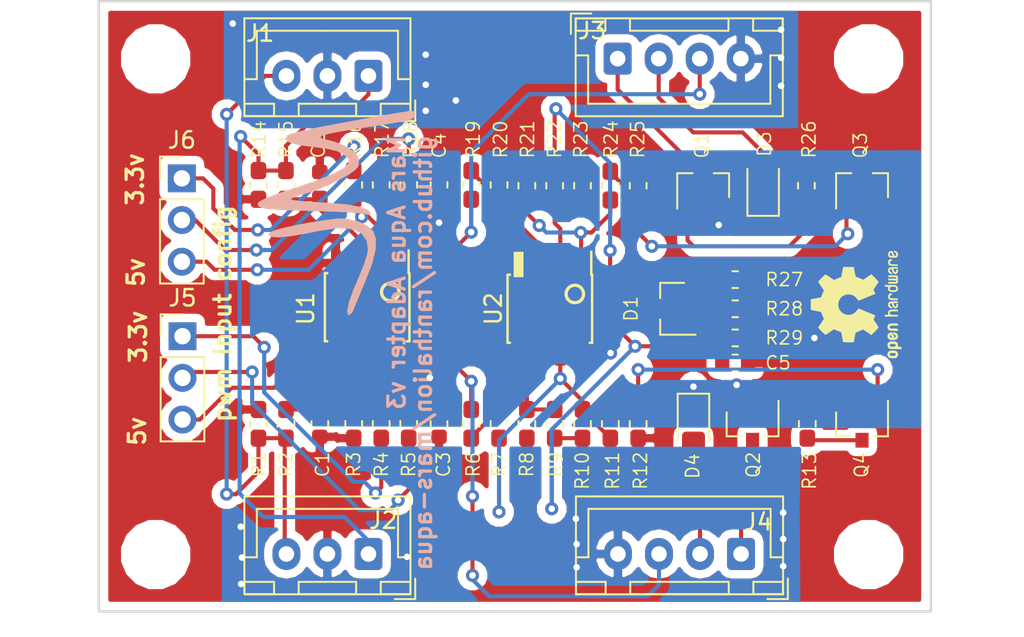
<source format=kicad_pcb>
(kicad_pcb (version 20171130) (host pcbnew "(5.0.1)-3")
  (layers (0 F.Cu signal) (31 B.Cu signal) (34 B.Paste user) (35 F.Paste user) (36 B.SilkS user) (37 F.SilkS user) (38 B.Mask user) (39 F.Mask user) (44 Edge.Cuts user))
  (net 0 "")
  (net 1 +12V)
  (net 2 GND)
  (net 3 "Net-(C2-Pad1)")
  (net 4 /ch2_input)
  (net 5 /ch1_input)
  (net 6 /ch1_enable)
  (net 7 /ch1_output)
  (net 8 /ch2_output)
  (net 9 /ch2_enable)
  (net 10 "Net-(D3-Pad2)")
  (net 11 "Net-(D4-Pad2)")
  (net 12 "Net-(J5-Pad1)")
  (net 13 "Net-(J5-Pad2)")
  (net 14 "Net-(J6-Pad1)")
  (net 15 "Net-(J6-Pad2)")
  (net 16 "Net-(J6-Pad3)")
  (net 17 "Net-(J5-Pad3)")
  (net 18 "Net-(Q2-Pad1)")
  (net 19 "Net-(Q1-Pad1)")
  (net 20 "Net-(R22-Pad2)")
  (net 21 "Net-(D1-Pad2)")
  (net 22 /Vref)
  (net 23 "Net-(Q3-Pad1)")
  (net 24 "Net-(Q3-Pad3)")
  (net 25 "Net-(Q4-Pad1)")
  (net 26 "Net-(Q4-Pad3)")
  (net 27 "Net-(C1-Pad1)")
  (net 28 "Net-(R6-Pad1)")
  (net 29 "Net-(R10-Pad2)")
  (net 30 "Net-(R8-Pad1)")
  (net 31 "Net-(R19-Pad1)")
  (net 32 "Net-(R20-Pad1)")
  (module MountingHole:MountingHole_3.2mm_M3 (layer F.Cu) (at 153.67 110.236)
    (fp_text reference REF** hide)
    (fp_text value MountingHole_3.2mm_M3)
    (pad 1 np_thru_hole circle (at 0 0) (size 3.2 3.2) (drill 3.2) (layers *.Cu *.Mask))
  )
  (module MountingHole:MountingHole_3.2mm_M3 (layer F.Cu) (at 110.236 80.01)
    (fp_text reference REF** hide)
    (fp_text value MountingHole_3.2mm_M3)
    (pad 1 np_thru_hole circle (at 0 0) (size 3.2 3.2) (drill 3.2) (layers *.Cu *.Mask))
  )
  (module MountingHole:MountingHole_3.2mm_M3 (layer F.Cu) (at 110.236 110.236)
    (fp_text reference REF** hide)
    (fp_text value MountingHole_3.2mm_M3 hide)
    (pad 1 np_thru_hole circle (at 0 0) (size 3.2 3.2) (drill 3.2) (layers *.Cu *.Mask))
  )
  (module Package_TO_SOT_SMD:SOT-23 (layer F.Cu) (at 141.732 95.25 180)
    (fp_text reference D1 (at 2.54 0 270) (layer F.SilkS) (effects (font (size 0.8 0.8) (thickness 0.1))))
    (fp_text value TL431DBZ)
    (pad 3 smd rect (at 1 0 180) (size 0.9 0.8) (layers F.Cu F.Paste F.Mask) (net 2 GND))
    (pad 2 smd rect (at -1 0.95 180) (size 0.9 0.8) (layers F.Cu F.Paste F.Mask) (net 21 "Net-(D1-Pad2)"))
    (pad 1 smd rect (at -1 -0.95 180) (size 0.9 0.8) (layers F.Cu F.Paste F.Mask) (net 22 /Vref))
  )
  (module Package_SO:SOIC-8_3.9x4.9mm_P1.27mm (layer F.Cu) (at 134.25 95.25 270)
    (fp_text reference U2 (at 0 3.44 270) (layer F.SilkS))
    (fp_text value LM393)
    (pad 8 smd rect (at 2.7 -1.905 270) (size 1.55 0.6) (layers F.Cu F.Paste F.Mask) (net 1 +12V))
    (pad 7 smd rect (at 2.7 -0.635 270) (size 1.55 0.6) (layers F.Cu F.Paste F.Mask) (net 29 "Net-(R10-Pad2)"))
    (pad 6 smd rect (at 2.7 0.635 270) (size 1.55 0.6) (layers F.Cu F.Paste F.Mask) (net 30 "Net-(R8-Pad1)"))
    (pad 5 smd rect (at 2.7 1.905 270) (size 1.55 0.6) (layers F.Cu F.Paste F.Mask) (net 28 "Net-(R6-Pad1)"))
    (pad 4 smd rect (at -2.7 1.905 270) (size 1.55 0.6) (layers F.Cu F.Paste F.SilkS F.Mask) (net 2 GND))
    (pad 3 smd rect (at -2.7 0.635 270) (size 1.55 0.6) (layers F.Cu F.Paste F.Mask) (net 31 "Net-(R19-Pad1)"))
    (pad 2 smd rect (at -2.7 -0.635 270) (size 1.55 0.6) (layers F.Cu F.Paste F.Mask) (net 20 "Net-(R22-Pad2)"))
    (pad 1 smd rect (at -2.7 -1.905 270) (size 1.55 0.6) (layers F.Cu F.Paste F.Mask) (net 32 "Net-(R20-Pad1)"))
  )
  (module Resistor_SMD:R_0603_1608Metric_Pad1.05x0.95mm_HandSolder (layer F.Cu) (at 136.24 102.265 90)
    (fp_text reference R10 (at -2.863952 -0.02 90) (layer F.SilkS) (effects (font (size 0.8 0.8) (thickness 0.1))))
    (fp_text value 10k)
    (pad 1 smd roundrect (at -0.875 0 90) (size 1.05 0.95) (layers F.Cu F.Paste F.Mask) (net 22 /Vref))
    (pad 2 smd roundrect (at 0.875 0 90) (size 1.05 0.95) (layers F.Cu F.Paste F.Mask) (net 29 "Net-(R10-Pad2)"))
  )
  (module Connector_JST:JST_XH_B03B-XH-A_1x03_P2.50mm_Vertical (layer F.Cu) (at 123.2 110.2 180)
    (fp_text reference J2 (at -0.9 2.05 180) (layer F.SilkS))
    (fp_text value Conn_01x03)
    (pad 1 thru_hole roundrect (at 0 0 180) (size 1.7 1.95) (drill 0.95) (layers *.Cu *.Mask) (roundrect_rratio 0.147059) (net 5 /ch1_input))
    (pad 2 thru_hole oval (at 2.5 0 180) (size 1.7 1.95) (drill 0.95) (layers *.Cu *.Mask) (net 2 GND))
    (pad 3 thru_hole oval (at 5 0 180) (size 1.7 1.95) (drill 0.95) (layers *.Cu *.Mask) (net 4 /ch2_input))
  )
  (module Connector_JST:JST_XH_B03B-XH-A_1x03_P2.50mm_Vertical (layer F.Cu) (at 123.2 81.05 180)
    (fp_text reference J1 (at 6.6 2.6 180) (layer F.SilkS))
    (fp_text value Conn_01x03)
    (pad 3 thru_hole oval (at 5 0 180) (size 1.7 1.95) (drill 0.95) (layers *.Cu *.Mask) (net 4 /ch2_input))
    (pad 2 thru_hole oval (at 2.5 0 180) (size 1.7 1.95) (drill 0.95) (layers *.Cu *.Mask) (net 2 GND))
    (pad 1 thru_hole roundrect (at 0 0 180) (size 1.7 1.95) (drill 0.95) (layers *.Cu *.Mask) (roundrect_rratio 0.147059) (net 5 /ch1_input))
  )
  (module Connector_JST:JST_XH_B04B-XH-A_1x04_P2.50mm_Vertical (layer F.Cu) (at 138.38236 80)
    (fp_text reference J3 (at -1.55 -1.7) (layer F.SilkS))
    (fp_text value Conn_01x04)
    (pad 1 thru_hole roundrect (at 0 0) (size 1.7 1.95) (drill 0.95) (layers *.Cu *.Mask) (roundrect_rratio 0.147059) (net 6 /ch1_enable))
    (pad 2 thru_hole oval (at 2.5 0) (size 1.7 1.95) (drill 0.95) (layers *.Cu *.Mask) (net 10 "Net-(D3-Pad2)"))
    (pad 3 thru_hole oval (at 5 0) (size 1.7 1.95) (drill 0.95) (layers *.Cu *.Mask) (net 7 /ch1_output))
    (pad 4 thru_hole oval (at 7.5 0) (size 1.7 1.95) (drill 0.95) (layers *.Cu *.Mask) (net 2 GND))
  )
  (module Connector_JST:JST_XH_B04B-XH-A_1x04_P2.50mm_Vertical (layer F.Cu) (at 145.9 110.2 180)
    (fp_text reference J4 (at -1.05 1.95 180) (layer F.SilkS))
    (fp_text value Conn_01x04)
    (pad 4 thru_hole oval (at 7.5 0 180) (size 1.7 1.95) (drill 0.95) (layers *.Cu *.Mask) (net 2 GND))
    (pad 3 thru_hole oval (at 5 0 180) (size 1.7 1.95) (drill 0.95) (layers *.Cu *.Mask) (net 8 /ch2_output))
    (pad 2 thru_hole oval (at 2.5 0 180) (size 1.7 1.95) (drill 0.95) (layers *.Cu *.Mask) (net 11 "Net-(D4-Pad2)"))
    (pad 1 thru_hole roundrect (at 0 0 180) (size 1.7 1.95) (drill 0.95) (layers *.Cu *.Mask) (roundrect_rratio 0.147059) (net 9 /ch2_enable))
  )
  (module Resistor_SMD:R_0603_1608Metric_Pad1.05x0.95mm_HandSolder (layer F.Cu) (at 116.5 87.69914 270)
    (fp_text reference R14 (at -2.775 -0.03302 270) (layer F.SilkS) (effects (font (size 0.8 0.8) (thickness 0.1))))
    (fp_text value 330k)
    (pad 2 smd roundrect (at 0.875 0 270) (size 1.05 0.95) (layers F.Cu F.Paste F.Mask) (net 2 GND))
    (pad 1 smd roundrect (at -0.875 0 270) (size 1.05 0.95) (layers F.Cu F.Paste F.Mask) (net 5 /ch1_input))
  )
  (module Resistor_SMD:R_0603_1608Metric_Pad1.05x0.95mm_HandSolder (layer F.Cu) (at 116.5 102.265 90)
    (fp_text reference R1 (at -2.483 0.00762 90) (layer F.SilkS) (effects (font (size 0.8 0.8) (thickness 0.1))))
    (fp_text value 330k)
    (pad 1 smd roundrect (at -0.875 0 90) (size 1.05 0.95) (layers F.Cu F.Paste F.Mask) (net 4 /ch2_input))
    (pad 2 smd roundrect (at 0.875 0 90) (size 1.05 0.95) (layers F.Cu F.Paste F.Mask) (net 2 GND))
  )
  (module Resistor_SMD:R_0603_1608Metric_Pad1.05x0.95mm_HandSolder (layer F.Cu) (at 118.17438 87.69914 90)
    (fp_text reference R15 (at 2.775 0 90) (layer F.SilkS) (effects (font (size 0.8 0.8) (thickness 0.1))))
    (fp_text value 20k)
    (pad 1 smd roundrect (at -0.875 0 90) (size 1.05 0.95) (layers F.Cu F.Paste F.Mask) (net 3 "Net-(C2-Pad1)"))
    (pad 2 smd roundrect (at 0.875 0 90) (size 1.05 0.95) (layers F.Cu F.Paste F.Mask) (net 5 /ch1_input))
  )
  (module Resistor_SMD:R_0603_1608Metric_Pad1.05x0.95mm_HandSolder (layer F.Cu) (at 118.17438 102.265 270)
    (fp_text reference R2 (at 2.483 0.00762 270) (layer F.SilkS) (effects (font (size 0.8 0.8) (thickness 0.1))))
    (fp_text value 20k)
    (pad 2 smd roundrect (at 0.875 0 270) (size 1.05 0.95) (layers F.Cu F.Paste F.Mask) (net 4 /ch2_input))
    (pad 1 smd roundrect (at -0.875 0 270) (size 1.05 0.95) (layers F.Cu F.Paste F.Mask) (net 27 "Net-(C1-Pad1)"))
  )
  (module Resistor_SMD:R_0603_1608Metric_Pad1.05x0.95mm_HandSolder (layer F.Cu) (at 123.97752 87.69914 90)
    (fp_text reference R17 (at 2.775 0.05 90) (layer F.SilkS) (effects (font (size 0.8 0.8) (thickness 0.1))))
    (fp_text value 100k)
    (pad 1 smd roundrect (at -0.875 0 90) (size 1.05 0.95) (layers F.Cu F.Paste F.Mask) (net 16 "Net-(J6-Pad3)"))
    (pad 2 smd roundrect (at 0.875 0 90) (size 1.05 0.95) (layers F.Cu F.Paste F.Mask) (net 2 GND))
  )
  (module Resistor_SMD:R_0603_1608Metric_Pad1.05x0.95mm_HandSolder (layer F.Cu) (at 122.30314 102.265 270)
    (fp_text reference R3 (at 2.483 0.00722 270) (layer F.SilkS) (effects (font (size 0.8 0.8) (thickness 0.1))))
    (fp_text value 100k)
    (pad 2 smd roundrect (at 0.875 0 270) (size 1.05 0.95) (layers F.Cu F.Paste F.Mask) (net 2 GND))
    (pad 1 smd roundrect (at -0.875 0 270) (size 1.05 0.95) (layers F.Cu F.Paste F.Mask) (net 17 "Net-(J5-Pad3)"))
  )
  (module Resistor_SMD:R_0603_1608Metric_Pad1.05x0.95mm_HandSolder (layer F.Cu) (at 125.6519 87.69914 270)
    (fp_text reference R18 (at -2.775 -0.1 270) (layer F.SilkS) (effects (font (size 0.8 0.8) (thickness 0.1))))
    (fp_text value 100k)
    (pad 2 smd roundrect (at 0.875 0 270) (size 1.05 0.95) (layers F.Cu F.Paste F.Mask) (net 7 /ch1_output))
    (pad 1 smd roundrect (at -0.875 0 270) (size 1.05 0.95) (layers F.Cu F.Paste F.Mask) (net 15 "Net-(J6-Pad2)"))
  )
  (module Resistor_SMD:R_0603_1608Metric_Pad1.05x0.95mm_HandSolder (layer F.Cu) (at 125.6519 102.265 90)
    (fp_text reference R5 (at -2.483 -0.0019 90) (layer F.SilkS) (effects (font (size 0.8 0.8) (thickness 0.1))))
    (fp_text value 100k)
    (pad 1 smd roundrect (at -0.875 0 90) (size 1.05 0.95) (layers F.Cu F.Paste F.Mask) (net 13 "Net-(J5-Pad2)"))
    (pad 2 smd roundrect (at 0.875 0 90) (size 1.05 0.95) (layers F.Cu F.Paste F.Mask) (net 8 /ch2_output))
  )
  (module Resistor_SMD:R_0603_1608Metric_Pad1.05x0.95mm_HandSolder (layer F.Cu) (at 145.542 97.028 180)
    (fp_text reference R29 (at -2.9906 0 180) (layer F.SilkS) (effects (font (size 0.8 0.8) (thickness 0.1))))
    (fp_text value 22)
    (pad 1 smd roundrect (at -0.875 0 180) (size 1.05 0.95) (layers F.Cu F.Paste F.Mask) (net 1 +12V))
    (pad 2 smd roundrect (at 0.875 0 180) (size 1.05 0.95) (layers F.Cu F.Paste F.Mask) (net 22 /Vref))
  )
  (module Resistor_SMD:R_0603_1608Metric_Pad1.05x0.95mm_HandSolder (layer F.Cu) (at 145.542 95.25)
    (fp_text reference R28 (at 2.9906 0 180) (layer F.SilkS) (effects (font (size 0.8 0.8) (thickness 0.1))))
    (fp_text value 100k)
    (pad 2 smd roundrect (at 0.875 0) (size 1.05 0.95) (layers F.Cu F.Paste F.Mask) (net 21 "Net-(D1-Pad2)"))
    (pad 1 smd roundrect (at -0.875 0) (size 1.05 0.95) (layers F.Cu F.Paste F.Mask) (net 22 /Vref))
  )
  (module Resistor_SMD:R_0603_1608Metric_Pad1.05x0.95mm_HandSolder (layer F.Cu) (at 134.545 87.745 270)
    (fp_text reference R22 (at -2.82086 0 270) (layer F.SilkS) (effects (font (size 0.8 0.8) (thickness 0.1))))
    (fp_text value 330k)
    (pad 2 smd roundrect (at 0.875 0 270) (size 1.05 0.95) (layers F.Cu F.Paste F.Mask) (net 20 "Net-(R22-Pad2)"))
    (pad 1 smd roundrect (at -0.875 0 270) (size 1.05 0.95) (layers F.Cu F.Paste F.Mask) (net 22 /Vref))
  )
  (module Resistor_SMD:R_0603_1608Metric_Pad1.05x0.95mm_HandSolder (layer F.Cu) (at 136.24 87.745 90)
    (fp_text reference R23 (at 2.82086 -0.1 90) (layer F.SilkS) (effects (font (size 0.8 0.8) (thickness 0.1))))
    (fp_text value 82k)
    (pad 1 smd roundrect (at -0.875 0 90) (size 1.05 0.95) (layers F.Cu F.Paste F.Mask) (net 20 "Net-(R22-Pad2)"))
    (pad 2 smd roundrect (at 0.875 0 90) (size 1.05 0.95) (layers F.Cu F.Paste F.Mask) (net 2 GND))
  )
  (module Resistor_SMD:R_0603_1608Metric_Pad1.05x0.95mm_HandSolder (layer F.Cu) (at 134.545 102.265 90)
    (fp_text reference R9 (at -2.483 0.07592 90) (layer F.SilkS) (effects (font (size 0.8 0.8) (thickness 0.1))))
    (fp_text value 330k)
    (pad 1 smd roundrect (at -0.875 0 90) (size 1.05 0.95) (layers F.Cu F.Paste F.Mask) (net 22 /Vref))
    (pad 2 smd roundrect (at 0.875 0 90) (size 1.05 0.95) (layers F.Cu F.Paste F.Mask) (net 30 "Net-(R8-Pad1)"))
  )
  (module Resistor_SMD:R_0603_1608Metric_Pad1.05x0.95mm_HandSolder (layer F.Cu) (at 132.85 102.265 270)
    (fp_text reference R8 (at 2.483 0.01 270) (layer F.SilkS) (effects (font (size 0.8 0.8) (thickness 0.1))))
    (fp_text value 82k)
    (pad 2 smd roundrect (at 0.875 0 270) (size 1.05 0.95) (layers F.Cu F.Paste F.Mask) (net 2 GND))
    (pad 1 smd roundrect (at -0.875 0 270) (size 1.05 0.95) (layers F.Cu F.Paste F.Mask) (net 30 "Net-(R8-Pad1)"))
  )
  (module Resistor_SMD:R_0603_1608Metric_Pad1.05x0.95mm_HandSolder (layer F.Cu) (at 132.85 87.745 270)
    (fp_text reference R21 (at -2.82086 -0.04 270) (layer F.SilkS) (effects (font (size 0.8 0.8) (thickness 0.1))))
    (fp_text value 10k)
    (pad 2 smd roundrect (at 0.875 0 270) (size 1.05 0.95) (layers F.Cu F.Paste F.Mask) (net 32 "Net-(R20-Pad1)"))
    (pad 1 smd roundrect (at -0.875 0 270) (size 1.05 0.95) (layers F.Cu F.Paste F.Mask) (net 22 /Vref))
  )
  (module Resistor_SMD:R_0603_1608Metric_Pad1.05x0.95mm_HandSolder (layer F.Cu) (at 145.542 93.472)
    (fp_text reference R27 (at 2.9906 0) (layer F.SilkS) (effects (font (size 0.8 0.8) (thickness 0.1))))
    (fp_text value 100k)
    (pad 1 smd roundrect (at -0.875 0) (size 1.05 0.95) (layers F.Cu F.Paste F.Mask) (net 21 "Net-(D1-Pad2)"))
    (pad 2 smd roundrect (at 0.875 0) (size 1.05 0.95) (layers F.Cu F.Paste F.Mask) (net 2 GND))
  )
  (module Resistor_SMD:R_0603_1608Metric_Pad1.05x0.95mm_HandSolder (layer F.Cu) (at 129.46 87.705 270)
    (fp_text reference R19 (at -2.78086 -0.12 270) (layer F.SilkS) (effects (font (size 0.8 0.8) (thickness 0.1))))
    (fp_text value 100k)
    (pad 2 smd roundrect (at 0.875 0 270) (size 1.05 0.95) (layers F.Cu F.Paste F.Mask) (net 7 /ch1_output))
    (pad 1 smd roundrect (at -0.875 0 270) (size 1.05 0.95) (layers F.Cu F.Paste F.Mask) (net 31 "Net-(R19-Pad1)"))
  )
  (module Diode_SMD:D_0805_2012Metric_Pad1.15x1.40mm_HandSolder (layer F.Cu) (at 147.245 87.7225 90)
    (fp_text reference D3 (at 2.517407 0.075 90) (layer F.SilkS) (effects (font (size 0.8 0.8) (thickness 0.1))))
    (fp_text value D_Schottky)
    (pad 1 smd roundrect (at -1.025 0 90) (size 1.15 1.4) (layers F.Cu F.Paste F.Mask) (roundrect_rratio 0.217391) (net 1 +12V))
    (pad 2 smd roundrect (at 1.025 0 90) (size 1.15 1.4) (layers F.Cu F.Paste F.Mask) (roundrect_rratio 0.217391) (net 10 "Net-(D3-Pad2)"))
  )
  (module Diode_SMD:D_0805_2012Metric_Pad1.15x1.40mm_HandSolder (layer F.Cu) (at 143 102.2875 270)
    (fp_text reference D4 (at 2.5605 0.05 90) (layer F.SilkS) (effects (font (size 0.8 0.8) (thickness 0.1))))
    (fp_text value D_Schottky)
    (pad 2 smd roundrect (at 1.025 0 270) (size 1.15 1.4) (layers F.Cu F.Paste F.Mask) (roundrect_rratio 0.217391) (net 11 "Net-(D4-Pad2)"))
    (pad 1 smd roundrect (at -1.025 0 270) (size 1.15 1.4) (layers F.Cu F.Paste F.Mask) (roundrect_rratio 0.217391) (net 1 +12V))
  )
  (module Package_SO:SOIC-8_3.9x4.9mm_P1.27mm (layer F.Cu) (at 123.12142 95.1568 270)
    (fp_text reference U1 (at 0.0932 3.74142 270) (layer F.SilkS))
    (fp_text value LM358)
    (pad 1 smd rect (at -2.7 -1.905 270) (size 1.55 0.6) (layers F.Cu F.Paste F.Mask) (net 7 /ch1_output))
    (pad 2 smd rect (at -2.7 -0.635 270) (size 1.55 0.6) (layers F.Cu F.Paste F.Mask) (net 16 "Net-(J6-Pad3)"))
    (pad 3 smd rect (at -2.7 0.635 270) (size 1.55 0.6) (layers F.Cu F.Paste F.Mask) (net 3 "Net-(C2-Pad1)"))
    (pad 4 smd rect (at -2.7 1.905 270) (size 1.55 0.6) (layers F.Cu F.Paste F.Mask) (net 2 GND))
    (pad 5 smd rect (at 2.7 1.905 270) (size 1.55 0.6) (layers F.Cu F.Paste F.Mask) (net 27 "Net-(C1-Pad1)"))
    (pad 6 smd rect (at 2.7 0.635 270) (size 1.55 0.6) (layers F.Cu F.Paste F.Mask) (net 17 "Net-(J5-Pad3)"))
    (pad 7 smd rect (at 2.7 -0.635 270) (size 1.55 0.6) (layers F.Cu F.Paste F.Mask) (net 8 /ch2_output))
    (pad 8 smd rect (at 2.7 -1.905 270) (size 1.55 0.6) (layers F.Cu F.Paste F.Mask) (net 1 +12V))
  )
  (module Connector_PinHeader_2.54mm:PinHeader_1x03_P2.54mm_Vertical (layer F.Cu) (at 111.83112 87.2998)
    (fp_text reference J6 (at 0 -2.33) (layer F.SilkS))
    (fp_text value Conn_01x03)
    (pad 1 thru_hole rect (at 0 0) (size 1.7 1.7) (drill 1) (layers *.Cu *.Mask) (net 14 "Net-(J6-Pad1)"))
    (pad 2 thru_hole oval (at 0 2.54) (size 1.7 1.7) (drill 1) (layers *.Cu *.Mask) (net 15 "Net-(J6-Pad2)"))
    (pad 3 thru_hole oval (at 0 5.08) (size 1.7 1.7) (drill 1) (layers *.Cu *.Mask) (net 16 "Net-(J6-Pad3)"))
  )
  (module Resistor_SMD:R_0603_1608Metric_Pad1.05x0.95mm_HandSolder (layer F.Cu) (at 122.30314 87.69914 270)
    (fp_text reference R16 (at -2.775 -0.05882 270) (layer F.SilkS) (effects (font (size 0.8 0.8) (thickness 0.1))))
    (fp_text value 100k)
    (pad 2 smd roundrect (at 0.875 0 270) (size 1.05 0.95) (layers F.Cu F.Paste F.Mask) (net 16 "Net-(J6-Pad3)"))
    (pad 1 smd roundrect (at -0.875 0 270) (size 1.05 0.95) (layers F.Cu F.Paste F.Mask) (net 14 "Net-(J6-Pad1)"))
  )
  (module Resistor_SMD:R_0603_1608Metric_Pad1.05x0.95mm_HandSolder (layer F.Cu) (at 123.97752 102.265 90)
    (fp_text reference R4 (at -2.483 0.01248 90) (layer F.SilkS) (effects (font (size 0.8 0.8) (thickness 0.1))))
    (fp_text value 100k)
    (pad 1 smd roundrect (at -0.875 0 90) (size 1.05 0.95) (layers F.Cu F.Paste F.Mask) (net 12 "Net-(J5-Pad1)"))
    (pad 2 smd roundrect (at 0.875 0 90) (size 1.05 0.95) (layers F.Cu F.Paste F.Mask) (net 17 "Net-(J5-Pad3)"))
  )
  (module Connector_PinHeader_2.54mm:PinHeader_1x03_P2.54mm_Vertical (layer F.Cu) (at 111.87176 96.92386)
    (fp_text reference J5 (at 0 -2.33) (layer F.SilkS))
    (fp_text value Conn_01x03)
    (pad 1 thru_hole rect (at 0 0) (size 1.7 1.7) (drill 1) (layers *.Cu *.Mask) (net 12 "Net-(J5-Pad1)"))
    (pad 2 thru_hole oval (at 0 2.54) (size 1.7 1.7) (drill 1) (layers *.Cu *.Mask) (net 13 "Net-(J5-Pad2)"))
    (pad 3 thru_hole oval (at 0 5.08) (size 1.7 1.7) (drill 1) (layers *.Cu *.Mask) (net 17 "Net-(J5-Pad3)"))
  )
  (module Package_TO_SOT_SMD:SOT-23 (layer F.Cu) (at 146.6 102.265 270)
    (fp_text reference Q2 (at 2.502047 -0.04 270) (layer F.SilkS) (effects (font (size 0.8 0.8) (thickness 0.1))))
    (fp_text value Q_PNP_BEC)
    (pad 1 smd rect (at -1 -0.95 270) (size 0.9 0.8) (layers F.Cu F.Paste F.Mask) (net 18 "Net-(Q2-Pad1)"))
    (pad 2 smd rect (at -1 0.95 270) (size 0.9 0.8) (layers F.Cu F.Paste F.Mask) (net 1 +12V))
    (pad 3 smd rect (at 1 0 270) (size 0.9 0.8) (layers F.Cu F.Paste F.Mask) (net 9 /ch2_enable))
  )
  (module Package_TO_SOT_SMD:SOT-23 (layer F.Cu) (at 143.59 87.745 90)
    (fp_text reference Q1 (at 2.458955 -0.08 90) (layer F.SilkS) (effects (font (size 0.8 0.8) (thickness 0.1))))
    (fp_text value Q_PNP_BEC)
    (pad 1 smd rect (at -1 -0.95 90) (size 0.9 0.8) (layers F.Cu F.Paste F.Mask) (net 19 "Net-(Q1-Pad1)"))
    (pad 2 smd rect (at -1 0.95 90) (size 0.9 0.8) (layers F.Cu F.Paste F.Mask) (net 1 +12V))
    (pad 3 smd rect (at 1 0 90) (size 0.9 0.8) (layers F.Cu F.Paste F.Mask) (net 6 /ch1_enable))
  )
  (module Resistor_SMD:R_0603_1608Metric_Pad1.05x0.95mm_HandSolder (layer F.Cu) (at 131.155 87.705 270)
    (fp_text reference R20 (at -2.78086 -0.095 270) (layer F.SilkS) (effects (font (size 0.8 0.8) (thickness 0.1))))
    (fp_text value 1M)
    (pad 2 smd roundrect (at 0.875 0 270) (size 1.05 0.95) (layers F.Cu F.Paste F.Mask) (net 31 "Net-(R19-Pad1)"))
    (pad 1 smd roundrect (at -0.875 0 270) (size 1.05 0.95) (layers F.Cu F.Paste F.Mask) (net 32 "Net-(R20-Pad1)"))
  )
  (module Resistor_SMD:R_0603_1608Metric_Pad1.05x0.95mm_HandSolder (layer F.Cu) (at 131.155 102.265 90)
    (fp_text reference R7 (at -2.483 -0.005 90) (layer F.SilkS) (effects (font (size 0.8 0.8) (thickness 0.1))))
    (fp_text value 1M)
    (pad 1 smd roundrect (at -0.875 0 90) (size 1.05 0.95) (layers F.Cu F.Paste F.Mask) (net 29 "Net-(R10-Pad2)"))
    (pad 2 smd roundrect (at 0.875 0 90) (size 1.05 0.95) (layers F.Cu F.Paste F.Mask) (net 28 "Net-(R6-Pad1)"))
  )
  (module Resistor_SMD:R_0603_1608Metric_Pad1.05x0.95mm_HandSolder (layer F.Cu) (at 129.46 102.265 90)
    (fp_text reference R6 (at -2.483 0.12 90) (layer F.SilkS) (effects (font (size 0.8 0.8) (thickness 0.1))))
    (fp_text value 100k)
    (pad 1 smd roundrect (at -0.875 0 90) (size 1.05 0.95) (layers F.Cu F.Paste F.Mask) (net 28 "Net-(R6-Pad1)"))
    (pad 2 smd roundrect (at 0.875 0 90) (size 1.05 0.95) (layers F.Cu F.Paste F.Mask) (net 8 /ch2_output))
  )
  (module Resistor_SMD:R_0603_1608Metric_Pad1.05x0.95mm_HandSolder (layer F.Cu) (at 137.935 87.745 90)
    (fp_text reference R24 (at 2.82086 0.045 90) (layer F.SilkS) (effects (font (size 0.8 0.8) (thickness 0.1))))
    (fp_text value 100k)
    (pad 2 smd roundrect (at 0.875 0 90) (size 1.05 0.95) (layers F.Cu F.Paste F.Mask) (net 23 "Net-(Q3-Pad1)"))
    (pad 1 smd roundrect (at -0.875 0 90) (size 1.05 0.95) (layers F.Cu F.Paste F.Mask) (net 32 "Net-(R20-Pad1)"))
  )
  (module Package_TO_SOT_SMD:SOT-23 (layer F.Cu) (at 153.27 87.745 90)
    (fp_text reference Q3 (at 2.458955 -0.108 90) (layer F.SilkS) (effects (font (size 0.8 0.8) (thickness 0.1))))
    (fp_text value Q_NPN_BEC)
    (pad 1 smd rect (at -1 -0.95 90) (size 0.9 0.8) (layers F.Cu F.Paste F.Mask) (net 23 "Net-(Q3-Pad1)"))
    (pad 2 smd rect (at -1 0.95 90) (size 0.9 0.8) (layers F.Cu F.Paste F.Mask) (net 2 GND))
    (pad 3 smd rect (at 1 0 90) (size 0.9 0.8) (layers F.Cu F.Paste F.Mask) (net 24 "Net-(Q3-Pad3)"))
  )
  (module Package_TO_SOT_SMD:SOT-23 (layer F.Cu) (at 153.27 102.265 270)
    (fp_text reference Q4 (at 2.502047 0.04 270) (layer F.SilkS) (effects (font (size 0.8 0.8) (thickness 0.1))))
    (fp_text value Q_NPN_BEC)
    (pad 1 smd rect (at -1 -0.95 270) (size 0.9 0.8) (layers F.Cu F.Paste F.Mask) (net 25 "Net-(Q4-Pad1)"))
    (pad 2 smd rect (at -1 0.95 270) (size 0.9 0.8) (layers F.Cu F.Paste F.Mask) (net 2 GND))
    (pad 3 smd rect (at 1 0 270) (size 0.9 0.8) (layers F.Cu F.Paste F.Mask) (net 26 "Net-(Q4-Pad3)"))
  )
  (module Resistor_SMD:R_0603_1608Metric_Pad1.05x0.95mm_HandSolder (layer F.Cu) (at 137.935 102.265 90)
    (fp_text reference R11 (at -2.863952 0.13 90) (layer F.SilkS) (effects (font (size 0.8 0.8) (thickness 0.1))))
    (fp_text value 100k)
    (pad 1 smd roundrect (at -0.875 0 90) (size 1.05 0.95) (layers F.Cu F.Paste F.Mask) (net 29 "Net-(R10-Pad2)"))
    (pad 2 smd roundrect (at 0.875 0 90) (size 1.05 0.95) (layers F.Cu F.Paste F.Mask) (net 25 "Net-(Q4-Pad1)"))
  )
  (module Resistor_SMD:R_0603_1608Metric_Pad1.05x0.95mm_HandSolder (layer F.Cu) (at 139.63 87.745 270)
    (fp_text reference R25 (at -2.82086 0.03 270) (layer F.SilkS) (effects (font (size 0.8 0.8) (thickness 0.1))))
    (fp_text value 1M)
    (pad 2 smd roundrect (at 0.875 0 270) (size 1.05 0.95) (layers F.Cu F.Paste F.Mask) (net 23 "Net-(Q3-Pad1)"))
    (pad 1 smd roundrect (at -0.875 0 270) (size 1.05 0.95) (layers F.Cu F.Paste F.Mask) (net 2 GND))
  )
  (module Resistor_SMD:R_0603_1608Metric_Pad1.05x0.95mm_HandSolder (layer F.Cu) (at 139.63 102.265 90)
    (fp_text reference R12 (at -2.863952 0.14 90) (layer F.SilkS) (effects (font (size 0.8 0.8) (thickness 0.1))))
    (fp_text value 1M)
    (pad 1 smd roundrect (at -0.875 0 90) (size 1.05 0.95) (layers F.Cu F.Paste F.Mask) (net 2 GND))
    (pad 2 smd roundrect (at 0.875 0 90) (size 1.05 0.95) (layers F.Cu F.Paste F.Mask) (net 25 "Net-(Q4-Pad1)"))
  )
  (module Resistor_SMD:R_0603_1608Metric_Pad1.05x0.95mm_HandSolder (layer F.Cu) (at 149.935 102.265 90)
    (fp_text reference R13 (at -2.863952 0.13 90) (layer F.SilkS) (effects (font (size 0.8 0.8) (thickness 0.1))))
    (fp_text value 100k)
    (pad 2 smd roundrect (at 0.875 0 90) (size 1.05 0.95) (layers F.Cu F.Paste F.Mask) (net 18 "Net-(Q2-Pad1)"))
    (pad 1 smd roundrect (at -0.875 0 90) (size 1.05 0.95) (layers F.Cu F.Paste F.Mask) (net 26 "Net-(Q4-Pad3)"))
  )
  (module Resistor_SMD:R_0603_1608Metric_Pad1.05x0.95mm_HandSolder (layer F.Cu) (at 149.88 87.745 270)
    (fp_text reference R26 (at -2.82086 -0.158 270) (layer F.SilkS) (effects (font (size 0.8 0.8) (thickness 0.1))))
    (fp_text value 100k)
    (pad 1 smd roundrect (at -0.875 0 270) (size 1.05 0.95) (layers F.Cu F.Paste F.Mask) (net 24 "Net-(Q3-Pad3)"))
    (pad 2 smd roundrect (at 0.875 0 270) (size 1.05 0.95) (layers F.Cu F.Paste F.Mask) (net 19 "Net-(Q1-Pad1)"))
  )
  (module Symbol:OSHW-Logo2_7.3x6mm_SilkScreen (layer F.Cu) (at 152.908 94.996 90)
    (fp_text reference REF** hide)
    (fp_text value OSHW-Logo2_7.3x6mm_SilkScreen hide)
  )
  (module ml_logo:ML_Logo (layer B.Cu) (at 121.158 89.408 270)
    (fp_text reference G*** hide)
    (fp_text value LOGO hide)
  )
  (module MountingHole:MountingHole_3.2mm_M3 (layer F.Cu) (at 153.67 80.01)
    (fp_text reference REF** hide)
    (fp_text value MountingHole_3.2mm_M3)
    (pad 1 np_thru_hole circle (at 0 0) (size 3.2 3.2) (drill 3.2) (layers *.Cu *.Mask))
  )
  (module Capacitor_SMD:C_0603_1608Metric (layer F.Cu) (at 120.23876 102.265 270)
    (fp_text reference C1 (at 2.483 -0.15724 270) (layer F.SilkS) (effects (font (size 0.8 0.8) (thickness 0.1))))
    (fp_text value 4.7uF)
    (pad 1 smd roundrect (at -0.7875 0 270) (size 0.875 0.95) (layers F.Cu F.Paste F.Mask) (net 27 "Net-(C1-Pad1)"))
    (pad 2 smd roundrect (at 0.7875 0 270) (size 0.875 0.95) (layers F.Cu F.Paste F.Mask) (net 2 GND))
  )
  (module Capacitor_SMD:C_0603_1608Metric (layer F.Cu) (at 120.23876 87.69914 90)
    (fp_text reference C2 (at 2.394047 -0.09676 90) (layer F.SilkS) (effects (font (size 0.8 0.8) (thickness 0.1))))
    (fp_text value 4.7uF)
    (pad 2 smd roundrect (at 0.7875 0 90) (size 0.875 0.95) (layers F.Cu F.Paste F.Mask) (net 2 GND))
    (pad 1 smd roundrect (at -0.7875 0 90) (size 0.875 0.95) (layers F.Cu F.Paste F.Mask) (net 3 "Net-(C2-Pad1)"))
  )
  (module Capacitor_SMD:C_0603_1608Metric (layer F.Cu) (at 127.5 102.265 270)
    (fp_text reference C3 (at 2.483 -0.262 270) (layer F.SilkS) (effects (font (size 0.8 0.8) (thickness 0.1))))
    (fp_text value 0.1uF)
    (pad 1 smd roundrect (at -0.7875 0 270) (size 0.875 0.95) (layers F.Cu F.Paste F.Mask) (net 1 +12V))
    (pad 2 smd roundrect (at 0.7875 0 270) (size 0.875 0.95) (layers F.Cu F.Paste F.Mask) (net 2 GND))
  )
  (module Capacitor_SMD:C_0603_1608Metric (layer F.Cu) (at 127.5 87.69914 90)
    (fp_text reference C4 (at 2.394047 0.008 90) (layer F.SilkS) (effects (font (size 0.8 0.8) (thickness 0.1))))
    (fp_text value 0.1uF)
    (pad 2 smd roundrect (at 0.7875 0 90) (size 0.875 0.95) (layers F.Cu F.Paste F.Mask) (net 2 GND))
    (pad 1 smd roundrect (at -0.7875 0 90) (size 0.875 0.95) (layers F.Cu F.Paste F.Mask) (net 1 +12V))
  )
  (module Capacitor_SMD:C_0603_1608Metric (layer F.Cu) (at 145.542 98.552)
    (fp_text reference C5 (at 2.609647 0) (layer F.SilkS) (effects (font (size 0.8 0.8) (thickness 0.1))))
    (fp_text value 10nF)
    (pad 1 smd roundrect (at -0.7875 0) (size 0.875 0.95) (layers F.Cu F.Paste F.Mask) (net 22 /Vref))
    (pad 2 smd roundrect (at 0.7875 0) (size 0.875 0.95) (layers F.Cu F.Paste F.Mask) (net 2 GND))
  )
  (gr_text "pwm input config" (at 114.31524 95.54464 90) (layer F.SilkS) (effects (font (size 1 1) (thickness 0.2))))
  (gr_text 5v (at 109.03712 93.02496 90) (layer F.SilkS) (effects (font (size 1 1) (thickness 0.2))))
  (gr_text 5v (at 109.11586 102.71252 90) (layer F.SilkS) (effects (font (size 1 1) (thickness 0.2))))
  (gr_text 3.3v (at 109.17428 96.95942 90) (layer F.SilkS) (effects (font (size 1 1) (thickness 0.2))))
  (gr_text 3.3v (at 108.98632 87.36076 90) (layer F.SilkS) (effects (font (size 1 1) (thickness 0.2))))
  (gr_text "Mars Aqua Adapter v3\ngithub.com/ranthalion/mars-aqua" (at 125.73 84.582 90) (layer B.SilkS) (effects (font (size 1 1) (thickness 0.2)) (justify left mirror)))
  (gr_circle (center 135.77316 94.3483) (end 135.37316 94.6983) (layer F.SilkS) (width 0.2))
  (gr_circle (center 124.52858 94.22638) (end 124.12858 94.57638) (layer F.SilkS) (width 0.2))
  (gr_line (start 106.7689 76.5) (end 157.45968 76.5) (layer Edge.Cuts) (width 0.15))
  (gr_line (start 106.76636 113.70056) (end 106.76636 76.50226) (layer Edge.Cuts) (width 0.15))
  (gr_line (start 157.45968 113.70056) (end 106.76636 113.70056) (layer Edge.Cuts) (width 0.15))
  (gr_line (start 157.45968 76.49972) (end 157.45968 113.70056) (layer Edge.Cuts) (width 0.15))
  (via (at 144.54 90.14) (size 0.8) (drill 0.4) (layers F.Cu B.Cu) (net 1))
  (segment (start 127.77878 101.39) (end 127.71628 101.3275) (width 0.25) (layer F.Cu) (net 1))
  (segment (start 136.155 97.95) (end 137.95 97.95) (width 0.25) (layer F.Cu) (net 1))
  (segment (start 137.95 97.95) (end 137.95 97.95) (width 0.25) (layer F.Cu) (net 1))
  (via (at 137.95 97.95) (size 0.8) (drill 0.4) (layers F.Cu B.Cu) (net 1))
  (segment (start 127.77216 101.27162) (end 127.71628 101.3275) (width 0.25) (layer F.Cu) (net 1))
  (via (at 127.5 90) (size 0.8) (drill 0.4) (layers F.Cu B.Cu) (net 1))
  (via (at 145.63 99.89) (size 0.8) (drill 0.4) (layers F.Cu B.Cu) (net 1))
  (via (at 143 100) (size 0.8) (drill 0.4) (layers F.Cu B.Cu) (net 1))
  (segment (start 143.175 101.725) (end 143 101.55) (width 0.25) (layer F.Cu) (net 1))
  (segment (start 127.5 101.3275) (end 127.5 100.01) (width 0.25) (layer F.Cu) (net 1))
  (via (at 126.94 99.45) (size 0.8) (drill 0.4) (layers F.Cu B.Cu) (net 1))
  (segment (start 127.5 100.01) (end 126.94 99.45) (width 0.25) (layer F.Cu) (net 1))
  (segment (start 125.02642 97.8568) (end 125.02642 98.92642) (width 0.25) (layer F.Cu) (net 1))
  (segment (start 125.55 99.45) (end 126.94 99.45) (width 0.25) (layer F.Cu) (net 1))
  (segment (start 125.02642 98.92642) (end 125.55 99.45) (width 0.25) (layer F.Cu) (net 1))
  (segment (start 145.65 99.91) (end 145.63 99.89) (width 0.25) (layer F.Cu) (net 1))
  (segment (start 145.65 101.265) (end 145.65 99.91) (width 0.25) (layer F.Cu) (net 1))
  (segment (start 143 101.2625) (end 143 100) (width 0.25) (layer F.Cu) (net 1))
  (segment (start 127.5 90) (end 127.5 88.63664) (width 0.25) (layer F.Cu) (net 1))
  (segment (start 144.54 88.745) (end 144.54 90.14) (width 0.25) (layer F.Cu) (net 1))
  (segment (start 144.5425 88.7475) (end 144.54 88.745) (width 0.25) (layer F.Cu) (net 1))
  (segment (start 147.245 88.7475) (end 144.5425 88.7475) (width 0.25) (layer F.Cu) (net 1))
  (segment (start 146.417 97.028) (end 150.368 97.028) (width 0.25) (layer F.Cu) (net 1))
  (via (at 150.368 97.028) (size 0.8) (drill 0.4) (layers F.Cu B.Cu) (net 1))
  (via (at 126.69 83.18) (size 0.8) (drill 0.4) (layers F.Cu B.Cu) (net 2))
  (via (at 126.69 81.59) (size 0.8) (drill 0.4) (layers F.Cu B.Cu) (net 2))
  (via (at 126.69 79.76) (size 0.8) (drill 0.4) (layers F.Cu B.Cu) (net 2))
  (via (at 148.336 78.236) (size 0.8) (drill 0.4) (layers F.Cu B.Cu) (net 2))
  (via (at 148.336 79.946) (size 0.8) (drill 0.4) (layers F.Cu B.Cu) (net 2))
  (via (at 148.336 81.656) (size 0.8) (drill 0.4) (layers F.Cu B.Cu) (net 2))
  (via (at 128.524 82.55) (size 0.8) (drill 0.4) (layers F.Cu B.Cu) (net 2))
  (via (at 115.49634 110.41888) (size 0.8) (drill 0.4) (layers F.Cu B.Cu) (net 2))
  (via (at 125.5522 110.37316) (size 0.8) (drill 0.4) (layers F.Cu B.Cu) (net 2))
  (via (at 135.88238 109.59846) (size 0.8) (drill 0.4) (layers F.Cu B.Cu) (net 2))
  (via (at 135.88238 111.0107) (size 0.8) (drill 0.4) (layers F.Cu B.Cu) (net 2))
  (via (at 135.83666 108.0516) (size 0.8) (drill 0.4) (layers F.Cu B.Cu) (net 2))
  (via (at 148.46554 107.6833) (size 0.8) (drill 0.4) (layers F.Cu B.Cu) (net 2))
  (via (at 148.46554 109.29112) (size 0.8) (drill 0.4) (layers F.Cu B.Cu) (net 2))
  (via (at 148.46554 110.94466) (size 0.8) (drill 0.4) (layers F.Cu B.Cu) (net 2))
  (via (at 115.42014 108.53928) (size 0.8) (drill 0.4) (layers F.Cu B.Cu) (net 2))
  (via (at 115.443 112.0267) (size 0.8) (drill 0.4) (layers F.Cu B.Cu) (net 2))
  (via (at 114.93246 77.86116) (size 0.8) (drill 0.4) (layers F.Cu B.Cu) (net 2))
  (segment (start 121.10974 90.05316) (end 120.23876 89.18218) (width 0.25) (layer F.Cu) (net 3))
  (segment (start 121.68124 90.05316) (end 121.10974 90.05316) (width 0.25) (layer F.Cu) (net 3))
  (segment (start 122.48642 92.4568) (end 122.48642 90.85834) (width 0.25) (layer F.Cu) (net 3))
  (segment (start 122.48642 90.85834) (end 121.68124 90.05316) (width 0.25) (layer F.Cu) (net 3))
  (segment (start 120.23876 88.63664) (end 120.23876 89.18218) (width 0.25) (layer F.Cu) (net 3))
  (segment (start 120.17626 88.57414) (end 120.23876 88.63664) (width 0.25) (layer F.Cu) (net 3))
  (segment (start 118.17438 88.57414) (end 120.17626 88.57414) (width 0.25) (layer F.Cu) (net 3))
  (segment (start 120.05 101.39) (end 120.1 101.44) (width 0.25) (layer F.Cu) (net 27))
  (segment (start 120.17626 101.39) (end 120.23876 101.3275) (width 0.25) (layer F.Cu) (net 27))
  (segment (start 118.17438 101.39) (end 120.17626 101.39) (width 0.25) (layer F.Cu) (net 27))
  (segment (start 121.21642 97.8568) (end 121.21642 100.09378) (width 0.25) (layer F.Cu) (net 27))
  (segment (start 121.21642 100.09378) (end 120.23876 101.07144) (width 0.25) (layer F.Cu) (net 27))
  (segment (start 118.1 103.14) (end 116.5 103.14) (width 0.25) (layer F.Cu) (net 4))
  (via (at 114.56162 83.39328) (size 0.8) (drill 0.4) (layers F.Cu B.Cu) (net 4))
  (segment (start 114.56162 103.60406) (end 114.56162 83.39328) (width 0.25) (layer B.Cu) (net 4))
  (segment (start 118.1 110.1) (end 118.2 110.2) (width 0.25) (layer F.Cu) (net 4))
  (segment (start 118.1 103.65) (end 118.1 110.1) (width 0.25) (layer F.Cu) (net 4))
  (segment (start 116.5 103.65) (end 116.5 105.18104) (width 0.25) (layer F.Cu) (net 4))
  (segment (start 116.5 105.18104) (end 115.1255 106.55554) (width 0.25) (layer F.Cu) (net 4))
  (via (at 114.55908 106.54792) (size 0.8) (drill 0.4) (layers F.Cu B.Cu) (net 4))
  (segment (start 115.1255 106.55554) (end 114.5667 106.55554) (width 0.25) (layer F.Cu) (net 4))
  (segment (start 114.5667 106.55554) (end 114.55908 106.54792) (width 0.25) (layer F.Cu) (net 4))
  (segment (start 114.56162 106.54538) (end 114.56162 103.60406) (width 0.25) (layer B.Cu) (net 4))
  (segment (start 114.55908 106.54792) (end 114.56162 106.54538) (width 0.25) (layer B.Cu) (net 4))
  (segment (start 116.9049 81.05) (end 114.56162 83.39328) (width 0.25) (layer F.Cu) (net 4))
  (segment (start 118.2 81.05) (end 116.9049 81.05) (width 0.25) (layer F.Cu) (net 4))
  (via (at 115.41252 84.74964) (size 0.8) (drill 0.4) (layers F.Cu B.Cu) (net 5))
  (segment (start 115.35156 84.8106) (end 115.41252 84.74964) (width 0.25) (layer B.Cu) (net 5))
  (segment (start 115.35156 106.50474) (end 115.35156 84.8106) (width 0.25) (layer B.Cu) (net 5))
  (segment (start 116.79174 107.94492) (end 115.35156 106.50474) (width 0.25) (layer B.Cu) (net 5))
  (segment (start 121.7422 107.94492) (end 116.79174 107.94492) (width 0.25) (layer B.Cu) (net 5))
  (segment (start 123.2 110.2) (end 123.2 109.40272) (width 0.25) (layer B.Cu) (net 5))
  (segment (start 123.2 109.40272) (end 121.7422 107.94492) (width 0.25) (layer B.Cu) (net 5))
  (segment (start 116.5 86.82414) (end 118.17438 86.82414) (width 0.25) (layer F.Cu) (net 5))
  (segment (start 116.5 85.83712) (end 115.41252 84.74964) (width 0.25) (layer F.Cu) (net 5))
  (segment (start 116.5 86.82414) (end 116.5 85.83712) (width 0.25) (layer F.Cu) (net 5))
  (segment (start 118.17438 85.31562) (end 118.17438 86.82414) (width 0.25) (layer F.Cu) (net 5))
  (segment (start 120.61 82.88) (end 118.17438 85.31562) (width 0.25) (layer F.Cu) (net 5))
  (segment (start 122.5 82.88) (end 120.61 82.88) (width 0.25) (layer F.Cu) (net 5))
  (segment (start 123.2 81.05) (end 123.2 82.18) (width 0.25) (layer F.Cu) (net 5))
  (segment (start 123.2 82.18) (end 122.5 82.88) (width 0.25) (layer F.Cu) (net 5))
  (segment (start 138.38236 81.88236) (end 138.38236 80) (width 0.25) (layer F.Cu) (net 6))
  (segment (start 143.59 86.745) (end 143.245 86.745) (width 0.25) (layer F.Cu) (net 6))
  (segment (start 143.245 86.745) (end 138.38236 81.88236) (width 0.25) (layer F.Cu) (net 6))
  (segment (start 143.36268 80.01968) (end 143.38236 80) (width 0.25) (layer F.Cu) (net 7))
  (segment (start 125.02642 92.4568) (end 125.02642 90.88374) (width 0.25) (layer F.Cu) (net 7))
  (segment (start 125.02642 90.88374) (end 125.6519 90.25826) (width 0.25) (layer F.Cu) (net 7))
  (segment (start 125.6519 88.57414) (end 125.6519 90.25826) (width 0.25) (layer F.Cu) (net 7))
  (segment (start 125.02642 92.4568) (end 127.5832 92.4568) (width 0.25) (layer F.Cu) (net 7))
  (segment (start 129.46 90.58) (end 127.5832 92.4568) (width 0.25) (layer F.Cu) (net 7))
  (segment (start 129.46 88.58) (end 129.46 90.58) (width 0.25) (layer F.Cu) (net 7))
  (segment (start 143.38236 80) (end 143.38236 82.16836) (width 0.25) (layer F.Cu) (net 7))
  (via (at 143.38236 82.16836) (size 0.8) (drill 0.4) (layers F.Cu B.Cu) (net 7))
  (via (at 129.46 90.58) (size 0.8) (drill 0.4) (layers F.Cu B.Cu) (net 7))
  (segment (start 129.46 85.678) (end 129.46 90.58) (width 0.25) (layer B.Cu) (net 7))
  (segment (start 143.38236 82.16836) (end 132.96964 82.16836) (width 0.25) (layer B.Cu) (net 7))
  (segment (start 132.96964 82.16836) (end 129.46 85.678) (width 0.25) (layer B.Cu) (net 7))
  (segment (start 125.6519 101.01136) (end 125.6519 101.2425) (width 0.25) (layer F.Cu) (net 8))
  (segment (start 123.75642 96.70358) (end 123.75642 97.8568) (width 0.25) (layer F.Cu) (net 8))
  (segment (start 124.52 95.94) (end 123.75642 96.70358) (width 0.25) (layer F.Cu) (net 8))
  (segment (start 125.73 95.94) (end 124.52 95.94) (width 0.25) (layer F.Cu) (net 8))
  (segment (start 129.46 99.67) (end 125.73 95.94) (width 0.25) (layer F.Cu) (net 8))
  (segment (start 129.46 101.39) (end 129.46 99.67) (width 0.25) (layer F.Cu) (net 8))
  (segment (start 125.6519 101.1119) (end 125.6519 101.39) (width 0.25) (layer F.Cu) (net 8))
  (segment (start 123.75 99.21) (end 125.6519 101.1119) (width 0.25) (layer F.Cu) (net 8))
  (segment (start 123.75 98.86322) (end 123.75 99.21) (width 0.25) (layer F.Cu) (net 8))
  (segment (start 123.75642 97.8568) (end 123.75642 98.8568) (width 0.25) (layer F.Cu) (net 8))
  (segment (start 123.75642 98.8568) (end 123.75 98.86322) (width 0.25) (layer F.Cu) (net 8))
  (segment (start 140.9 110.2) (end 140.9 112.084) (width 0.25) (layer B.Cu) (net 8))
  (segment (start 140.9 112.084) (end 140.208 112.776) (width 0.25) (layer B.Cu) (net 8))
  (segment (start 140.208 112.776) (end 130.556 112.776) (width 0.25) (layer B.Cu) (net 8))
  (via (at 129.54 111.506) (size 0.8) (drill 0.4) (layers F.Cu B.Cu) (net 8))
  (segment (start 130.556 112.776) (end 129.54 111.76) (width 0.25) (layer B.Cu) (net 8))
  (segment (start 129.54 111.76) (end 129.54 111.506) (width 0.25) (layer B.Cu) (net 8))
  (segment (start 129.54 111.506) (end 129.54 107.188) (width 0.25) (layer F.Cu) (net 8))
  (via (at 129.54 106.68) (size 0.8) (drill 0.4) (layers F.Cu B.Cu) (net 8))
  (segment (start 129.54 107.188) (end 129.54 106.68) (width 0.25) (layer F.Cu) (net 8))
  (via (at 129.46 99.67) (size 0.8) (drill 0.4) (layers F.Cu B.Cu) (net 8))
  (segment (start 129.54 106.68) (end 129.54 99.75) (width 0.25) (layer B.Cu) (net 8))
  (segment (start 129.54 99.75) (end 129.46 99.67) (width 0.25) (layer B.Cu) (net 8))
  (segment (start 146.15 109.95) (end 145.9 110.2) (width 0.25) (layer F.Cu) (net 9))
  (segment (start 146 110.1) (end 145.9 110.2) (width 0.25) (layer F.Cu) (net 9))
  (segment (start 145.9 110.2) (end 145.9 107.63) (width 0.25) (layer F.Cu) (net 9))
  (segment (start 146.6 106.93) (end 146.6 103.265) (width 0.25) (layer F.Cu) (net 9))
  (segment (start 145.9 107.63) (end 146.6 106.93) (width 0.25) (layer F.Cu) (net 9))
  (segment (start 134.885 92.55) (end 134.885 91.355) (width 0.25) (layer F.Cu) (net 20))
  (segment (start 136.24 88.62) (end 134.545 88.62) (width 0.25) (layer F.Cu) (net 20))
  (segment (start 134.545 88.62) (end 134.545 90.025) (width 0.25) (layer F.Cu) (net 20))
  (segment (start 134.885 90.365) (end 134.885 91.355) (width 0.25) (layer F.Cu) (net 20))
  (segment (start 134.545 90.025) (end 134.885 90.365) (width 0.25) (layer F.Cu) (net 20))
  (segment (start 133.615 97.95) (end 133.615 99.205) (width 0.25) (layer F.Cu) (net 30))
  (segment (start 132.85 99.97) (end 132.85 101.39) (width 0.25) (layer F.Cu) (net 30))
  (segment (start 133.615 99.205) (end 132.85 99.97) (width 0.25) (layer F.Cu) (net 30))
  (segment (start 134.545 101.39) (end 132.85 101.39) (width 0.25) (layer F.Cu) (net 30))
  (segment (start 131.155 86.925) (end 132.85 88.62) (width 0.25) (layer F.Cu) (net 32))
  (segment (start 131.155 86.83) (end 131.155 86.925) (width 0.25) (layer F.Cu) (net 32))
  (segment (start 137.935 88.62) (end 137.935 89.455) (width 0.25) (layer F.Cu) (net 32))
  (segment (start 136.155 91.235) (end 136.155 92.55) (width 0.25) (layer F.Cu) (net 32))
  (via (at 136.13 90.6) (size 0.8) (drill 0.4) (layers F.Cu B.Cu) (net 32))
  (segment (start 136.155 91.235) (end 136.155 90.625) (width 0.25) (layer F.Cu) (net 32))
  (segment (start 136.155 90.625) (end 136.13 90.6) (width 0.25) (layer F.Cu) (net 32))
  (segment (start 136.79 90.6) (end 137.935 89.455) (width 0.25) (layer F.Cu) (net 32))
  (segment (start 136.13 90.6) (end 136.79 90.6) (width 0.25) (layer F.Cu) (net 32))
  (segment (start 136.13 90.6) (end 134.034 90.6) (width 0.25) (layer B.Cu) (net 32))
  (via (at 133.604 90.17) (size 0.8) (drill 0.4) (layers F.Cu B.Cu) (net 32))
  (segment (start 134.034 90.6) (end 133.604 90.17) (width 0.25) (layer B.Cu) (net 32))
  (segment (start 132.85 89.416) (end 132.85 88.62) (width 0.25) (layer F.Cu) (net 32))
  (segment (start 133.604 90.17) (end 132.85 89.416) (width 0.25) (layer F.Cu) (net 32))
  (segment (start 136.24 101.39) (end 136.24 100.86) (width 0.25) (layer F.Cu) (net 29))
  (segment (start 134.885 99.505) (end 134.885 97.95) (width 0.25) (layer F.Cu) (net 29))
  (segment (start 136.24 100.86) (end 134.885 99.505) (width 0.25) (layer F.Cu) (net 29))
  (segment (start 136.24 101.445) (end 137.935 103.14) (width 0.25) (layer F.Cu) (net 29))
  (segment (start 136.24 101.39) (end 136.24 101.445) (width 0.25) (layer F.Cu) (net 29))
  (segment (start 131.155 103.14) (end 131.155 107.635) (width 0.25) (layer F.Cu) (net 29))
  (via (at 131.155 107.635) (size 0.8) (drill 0.4) (layers F.Cu B.Cu) (net 29))
  (segment (start 131.155 107.635) (end 131.155 103.265) (width 0.25) (layer B.Cu) (net 29))
  (via (at 134.885 99.505) (size 0.8) (drill 0.4) (layers F.Cu B.Cu) (net 29))
  (segment (start 131.155 103.265) (end 134.885 99.535) (width 0.25) (layer B.Cu) (net 29))
  (segment (start 134.885 99.535) (end 134.885 99.505) (width 0.25) (layer B.Cu) (net 29))
  (segment (start 140.88236 82.38236) (end 140.88236 80) (width 0.25) (layer F.Cu) (net 10))
  (segment (start 143 84.5) (end 140.88236 82.38236) (width 0.25) (layer F.Cu) (net 10))
  (segment (start 146 84.5) (end 143 84.5) (width 0.25) (layer F.Cu) (net 10))
  (segment (start 147.245 86.6975) (end 147.245 85.745) (width 0.25) (layer F.Cu) (net 10))
  (segment (start 147.245 85.745) (end 146 84.5) (width 0.25) (layer F.Cu) (net 10))
  (segment (start 143.4 107.5) (end 143.4 110.2) (width 0.25) (layer F.Cu) (net 11))
  (segment (start 143 107.1) (end 143.4 107.5) (width 0.25) (layer F.Cu) (net 11))
  (segment (start 143 103.3125) (end 143 107.1) (width 0.25) (layer F.Cu) (net 11))
  (via (at 116.84762 97.60204) (size 0.8) (drill 0.4) (layers F.Cu B.Cu) (net 12))
  (segment (start 116.84762 100.35286) (end 116.84762 97.60204) (width 0.25) (layer B.Cu) (net 12))
  (segment (start 116.84762 97.60204) (end 116.84762 97.58426) (width 0.25) (layer F.Cu) (net 12))
  (segment (start 116.18722 96.92386) (end 111.87176 96.92386) (width 0.25) (layer F.Cu) (net 12))
  (segment (start 116.84762 97.58426) (end 116.18722 96.92386) (width 0.25) (layer F.Cu) (net 12))
  (segment (start 123.97752 103.65) (end 123.97752 105.37432) (width 0.25) (layer F.Cu) (net 12))
  (segment (start 122.2883 105.79354) (end 116.84762 100.35286) (width 0.25) (layer B.Cu) (net 12))
  (via (at 123.63 106.48) (size 0.8) (drill 0.4) (layers F.Cu B.Cu) (net 12))
  (segment (start 123.97752 105.37432) (end 123.97752 106.13248) (width 0.25) (layer F.Cu) (net 12))
  (segment (start 123.97752 106.13248) (end 123.63 106.48) (width 0.25) (layer F.Cu) (net 12))
  (segment (start 122.94354 105.79354) (end 122.2883 105.79354) (width 0.25) (layer B.Cu) (net 12))
  (segment (start 123.63 106.48) (end 122.94354 105.79354) (width 0.25) (layer B.Cu) (net 12))
  (via (at 125.0061 106.91622) (size 0.8) (drill 0.4) (layers F.Cu B.Cu) (net 13))
  (segment (start 125.0061 106.91622) (end 125.0061 107.01528) (width 0.25) (layer B.Cu) (net 13))
  (segment (start 125.0061 107.01528) (end 124.49302 107.52836) (width 0.25) (layer B.Cu) (net 13))
  (segment (start 124.49302 107.52836) (end 122.65152 107.52836) (width 0.25) (layer B.Cu) (net 13))
  (via (at 116.11356 99.10318) (size 0.8) (drill 0.4) (layers F.Cu B.Cu) (net 13))
  (segment (start 122.65152 107.52836) (end 116.11356 100.9904) (width 0.25) (layer B.Cu) (net 13))
  (segment (start 116.11356 100.9904) (end 116.11356 99.10318) (width 0.25) (layer B.Cu) (net 13))
  (segment (start 112.23244 99.10318) (end 111.87176 99.46386) (width 0.25) (layer F.Cu) (net 13))
  (segment (start 116.11356 99.10318) (end 112.23244 99.10318) (width 0.25) (layer F.Cu) (net 13))
  (segment (start 125.6519 106.27042) (end 125.0061 106.91622) (width 0.25) (layer F.Cu) (net 13))
  (segment (start 125.6519 103.65) (end 125.6519 106.27042) (width 0.25) (layer F.Cu) (net 13))
  (via (at 122.32 85.37) (size 0.8) (drill 0.4) (layers F.Cu B.Cu) (net 14))
  (via (at 116.45392 90.44432) (size 0.8) (drill 0.4) (layers F.Cu B.Cu) (net 14))
  (segment (start 116.37772 90.44432) (end 116.45392 90.44432) (width 0.25) (layer F.Cu) (net 14))
  (segment (start 122.30314 85.38686) (end 122.32 85.37) (width 0.25) (layer F.Cu) (net 14))
  (segment (start 122.30314 86.82414) (end 122.30314 85.38686) (width 0.25) (layer F.Cu) (net 14))
  (segment (start 117.24568 90.44432) (end 122.32 85.37) (width 0.25) (layer B.Cu) (net 14))
  (segment (start 116.45392 90.44432) (end 117.24568 90.44432) (width 0.25) (layer B.Cu) (net 14))
  (segment (start 116.45392 90.44432) (end 115.06432 90.44432) (width 0.25) (layer F.Cu) (net 14))
  (segment (start 115.06432 90.44432) (end 113.75 89.13) (width 0.25) (layer F.Cu) (net 14))
  (segment (start 113.75 89.13) (end 113.75 87.93) (width 0.25) (layer F.Cu) (net 14))
  (segment (start 113.1198 87.2998) (end 111.83112 87.2998) (width 0.25) (layer F.Cu) (net 14))
  (segment (start 113.75 87.93) (end 113.1198 87.2998) (width 0.25) (layer F.Cu) (net 14))
  (via (at 116.3701 91.6686) (size 0.8) (drill 0.4) (layers F.Cu B.Cu) (net 15))
  (segment (start 116.3701 91.6686) (end 116.88826 91.6686) (width 0.25) (layer B.Cu) (net 15))
  (segment (start 116.88826 91.6686) (end 117.30482 91.6686) (width 0.25) (layer B.Cu) (net 15))
  (via (at 125.64618 84.88934) (size 0.8) (drill 0.4) (layers F.Cu B.Cu) (net 15))
  (segment (start 117.30482 91.6686) (end 124.08408 84.88934) (width 0.25) (layer B.Cu) (net 15))
  (segment (start 124.08408 84.88934) (end 125.64618 84.88934) (width 0.25) (layer B.Cu) (net 15))
  (segment (start 125.6519 84.89506) (end 125.64618 84.88934) (width 0.25) (layer F.Cu) (net 15))
  (segment (start 125.6519 86.82414) (end 125.6519 84.89506) (width 0.25) (layer F.Cu) (net 15))
  (segment (start 116.3701 91.6686) (end 114.4786 91.6686) (width 0.25) (layer F.Cu) (net 15))
  (segment (start 112.6498 89.8398) (end 111.83112 89.8398) (width 0.25) (layer F.Cu) (net 15))
  (segment (start 114.4786 91.6686) (end 112.6498 89.8398) (width 0.25) (layer F.Cu) (net 15))
  (segment (start 123.75642 92.4568) (end 123.75642 92.80144) (width 0.25) (layer F.Cu) (net 16))
  (segment (start 123.75642 92.4568) (end 123.75642 90.21064) (width 0.25) (layer F.Cu) (net 16))
  (segment (start 123.75642 90.21064) (end 123.97752 89.98954) (width 0.25) (layer F.Cu) (net 16))
  (via (at 122.78614 89.64676) (size 0.8) (drill 0.4) (layers F.Cu B.Cu) (net 16))
  (segment (start 122.30314 89.16376) (end 122.78614 89.64676) (width 0.25) (layer F.Cu) (net 16))
  (via (at 116.42598 92.87256) (size 0.8) (drill 0.4) (layers F.Cu B.Cu) (net 16))
  (segment (start 122.78614 89.64676) (end 119.56034 92.87256) (width 0.25) (layer B.Cu) (net 16))
  (segment (start 119.56034 92.87256) (end 116.42598 92.87256) (width 0.25) (layer B.Cu) (net 16))
  (segment (start 112.32388 92.87256) (end 111.83112 92.3798) (width 0.25) (layer F.Cu) (net 16))
  (segment (start 113.82756 92.87256) (end 116.42598 92.87256) (width 0.25) (layer F.Cu) (net 16))
  (segment (start 113.3348 92.3798) (end 113.82756 92.87256) (width 0.25) (layer F.Cu) (net 16))
  (segment (start 123.19254 89.64676) (end 123.75642 90.21064) (width 0.25) (layer F.Cu) (net 16))
  (segment (start 122.78614 89.64676) (end 123.19254 89.64676) (width 0.25) (layer F.Cu) (net 16))
  (segment (start 123.97752 88.57414) (end 123.97752 89.98954) (width 0.25) (layer F.Cu) (net 16))
  (segment (start 111.83112 92.3798) (end 113.3348 92.3798) (width 0.25) (layer F.Cu) (net 16))
  (segment (start 122.30314 88.57414) (end 122.30314 89.16376) (width 0.25) (layer F.Cu) (net 16))
  (segment (start 122.48642 96.71304) (end 122.48642 97.8568) (width 0.25) (layer F.Cu) (net 17))
  (segment (start 122.29084 96.51746) (end 122.48642 96.71304) (width 0.25) (layer F.Cu) (net 17))
  (segment (start 111.87176 102.00386) (end 112.9284 102.00386) (width 0.25) (layer F.Cu) (net 17))
  (segment (start 112.9284 102.00386) (end 114.86642 100.06584) (width 0.25) (layer F.Cu) (net 17))
  (segment (start 114.86642 100.06584) (end 117.45214 100.06584) (width 0.25) (layer F.Cu) (net 17))
  (segment (start 117.45214 100.06584) (end 119.42318 98.0948) (width 0.25) (layer F.Cu) (net 17))
  (segment (start 119.42318 97.37344) (end 120.27916 96.51746) (width 0.25) (layer F.Cu) (net 17))
  (segment (start 119.42318 98.0948) (end 119.42318 97.37344) (width 0.25) (layer F.Cu) (net 17))
  (segment (start 120.27916 96.51746) (end 122.29084 96.51746) (width 0.25) (layer F.Cu) (net 17))
  (segment (start 123.97752 101.39) (end 122.30314 101.39) (width 0.25) (layer F.Cu) (net 17))
  (segment (start 122.30314 100.04686) (end 122.30314 101.39) (width 0.25) (layer F.Cu) (net 17))
  (segment (start 122.48642 97.8568) (end 122.48642 99.86358) (width 0.25) (layer F.Cu) (net 17))
  (segment (start 122.48642 99.86358) (end 122.30314 100.04686) (width 0.25) (layer F.Cu) (net 17))
  (segment (start 149.81 101.265) (end 149.935 101.39) (width 0.25) (layer F.Cu) (net 18))
  (segment (start 147.55 101.265) (end 149.81 101.265) (width 0.25) (layer F.Cu) (net 18))
  (segment (start 142.64 88.745) (end 142.64 91.078) (width 0.25) (layer F.Cu) (net 19))
  (segment (start 142.64 91.078) (end 143.002 91.44) (width 0.25) (layer F.Cu) (net 19))
  (segment (start 143.002 91.44) (end 148.844 91.44) (width 0.25) (layer F.Cu) (net 19))
  (segment (start 149.88 90.404) (end 149.88 88.62) (width 0.25) (layer F.Cu) (net 19))
  (segment (start 148.844 91.44) (end 149.88 90.404) (width 0.25) (layer F.Cu) (net 19))
  (segment (start 132.345 97.95) (end 132.345 99.045) (width 0.25) (layer F.Cu) (net 28))
  (segment (start 131.155 100.235) (end 131.155 101.39) (width 0.25) (layer F.Cu) (net 28))
  (segment (start 132.345 99.045) (end 131.155 100.235) (width 0.25) (layer F.Cu) (net 28))
  (segment (start 129.46 103.085) (end 131.155 101.39) (width 0.25) (layer F.Cu) (net 28))
  (segment (start 129.46 103.14) (end 129.46 103.085) (width 0.25) (layer F.Cu) (net 28))
  (segment (start 142.732 94.3) (end 143.19 94.3) (width 0.25) (layer F.Cu) (net 21))
  (segment (start 144.018 93.472) (end 144.667 93.472) (width 0.25) (layer F.Cu) (net 21))
  (segment (start 143.19 94.3) (end 144.018 93.472) (width 0.25) (layer F.Cu) (net 21))
  (segment (start 146.417 95.222) (end 144.667 93.472) (width 0.25) (layer F.Cu) (net 21))
  (segment (start 146.417 95.25) (end 146.417 95.222) (width 0.25) (layer F.Cu) (net 21))
  (segment (start 134.545 103.14) (end 136.24 103.14) (width 0.25) (layer F.Cu) (net 22))
  (segment (start 132.85 86.87) (end 134.545 86.87) (width 0.25) (layer F.Cu) (net 22))
  (segment (start 144.667 95.25) (end 144.667 97.028) (width 0.25) (layer F.Cu) (net 22))
  (segment (start 143.839 96.2) (end 144.667 97.028) (width 0.25) (layer F.Cu) (net 22))
  (segment (start 142.732 96.2) (end 143.839 96.2) (width 0.25) (layer F.Cu) (net 22))
  (segment (start 144.667 97.028) (end 144.667 97.141) (width 0.25) (layer F.Cu) (net 22))
  (segment (start 144.667 97.141) (end 144.272 97.536) (width 0.25) (layer F.Cu) (net 22))
  (via (at 139.446 97.536) (size 0.8) (drill 0.4) (layers F.Cu B.Cu) (net 22))
  (segment (start 144.272 97.536) (end 139.446 97.536) (width 0.25) (layer F.Cu) (net 22))
  (segment (start 139.446 97.536) (end 134.62 102.362) (width 0.25) (layer B.Cu) (net 22))
  (segment (start 134.62 102.362) (end 134.366 102.616) (width 0.25) (layer B.Cu) (net 22))
  (via (at 134.366 107.442) (size 0.8) (drill 0.4) (layers F.Cu B.Cu) (net 22))
  (segment (start 134.366 102.616) (end 134.366 107.442) (width 0.25) (layer B.Cu) (net 22))
  (segment (start 134.366 103.319) (end 134.545 103.14) (width 0.25) (layer F.Cu) (net 22))
  (segment (start 134.366 107.442) (end 134.366 103.319) (width 0.25) (layer F.Cu) (net 22))
  (via (at 134.62 83.058) (size 0.8) (drill 0.4) (layers F.Cu B.Cu) (net 22))
  (segment (start 134.545 86.87) (end 134.545 83.133) (width 0.25) (layer F.Cu) (net 22))
  (segment (start 134.545 83.133) (end 134.62 83.058) (width 0.25) (layer F.Cu) (net 22))
  (segment (start 134.62 83.058) (end 137.922 86.36) (width 0.25) (layer B.Cu) (net 22))
  (via (at 137.922 91.694) (size 0.8) (drill 0.4) (layers F.Cu B.Cu) (net 22))
  (segment (start 137.922 86.36) (end 137.922 91.694) (width 0.25) (layer B.Cu) (net 22))
  (segment (start 137.922 96.012) (end 139.446 97.536) (width 0.25) (layer F.Cu) (net 22))
  (segment (start 137.922 91.694) (end 137.922 96.012) (width 0.25) (layer F.Cu) (net 22))
  (segment (start 144.667 98.4645) (end 144.7545 98.552) (width 0.25) (layer F.Cu) (net 22))
  (segment (start 144.667 97.028) (end 144.667 98.4645) (width 0.25) (layer F.Cu) (net 22))
  (segment (start 137.935 86.925) (end 139.63 88.62) (width 0.25) (layer F.Cu) (net 23))
  (segment (start 137.935 86.87) (end 137.935 86.925) (width 0.25) (layer F.Cu) (net 23))
  (segment (start 139.63 88.62) (end 139.63 90.608) (width 0.25) (layer F.Cu) (net 23))
  (via (at 140.462 91.44) (size 0.8) (drill 0.4) (layers F.Cu B.Cu) (net 23))
  (segment (start 139.63 90.608) (end 140.462 91.44) (width 0.25) (layer F.Cu) (net 23))
  (via (at 152.4 90.678) (size 0.8) (drill 0.4) (layers F.Cu B.Cu) (net 23))
  (segment (start 140.462 91.44) (end 151.638 91.44) (width 0.25) (layer B.Cu) (net 23))
  (segment (start 151.638 91.44) (end 152.4 90.678) (width 0.25) (layer B.Cu) (net 23))
  (segment (start 152.32 90.598) (end 152.4 90.678) (width 0.25) (layer F.Cu) (net 23))
  (segment (start 152.32 88.745) (end 152.32 90.598) (width 0.25) (layer F.Cu) (net 23))
  (segment (start 150.005 86.745) (end 149.88 86.87) (width 0.25) (layer F.Cu) (net 24))
  (segment (start 153.27 86.745) (end 150.005 86.745) (width 0.25) (layer F.Cu) (net 24))
  (segment (start 139.63 101.39) (end 139.63 99.88) (width 0.25) (layer F.Cu) (net 25))
  (segment (start 139.63 101.39) (end 137.935 101.39) (width 0.25) (layer F.Cu) (net 25))
  (segment (start 154.22 101.265) (end 154.22 99.9) (width 0.25) (layer F.Cu) (net 25))
  (via (at 154.22 98.96) (size 0.8) (drill 0.4) (layers F.Cu B.Cu) (net 25))
  (segment (start 154.22 99.9) (end 154.22 98.96) (width 0.25) (layer F.Cu) (net 25))
  (segment (start 154.22 98.96) (end 139.63 98.96) (width 0.25) (layer B.Cu) (net 25))
  (via (at 139.63 98.96) (size 0.8) (drill 0.4) (layers F.Cu B.Cu) (net 25))
  (segment (start 139.63 98.96) (end 139.63 99.88) (width 0.25) (layer F.Cu) (net 25))
  (segment (start 150.06 103.265) (end 149.935 103.14) (width 0.25) (layer F.Cu) (net 26))
  (segment (start 153.27 103.265) (end 150.06 103.265) (width 0.25) (layer F.Cu) (net 26))
  (segment (start 129.46 86.885) (end 131.155 88.58) (width 0.25) (layer F.Cu) (net 31))
  (segment (start 129.46 86.83) (end 129.46 86.885) (width 0.25) (layer F.Cu) (net 31))
  (segment (start 133.615 92.55) (end 133.615 91.355) (width 0.25) (layer F.Cu) (net 31))
  (segment (start 133.615 91.355) (end 132.58 90.32) (width 0.25) (layer F.Cu) (net 31))
  (segment (start 132.58 90.32) (end 131.92 90.32) (width 0.25) (layer F.Cu) (net 31))
  (segment (start 131.155 89.555) (end 131.155 88.58) (width 0.25) (layer F.Cu) (net 31))
  (segment (start 131.92 90.32) (end 131.155 89.555) (width 0.25) (layer F.Cu) (net 31))
  (zone (net 2) (net_name GND) (layer F.Cu) (connect_pads (clearance 0.508)) (min_thickness 0.254) (fill yes (arc_segments 16) (thermal_gap 0.508) (thermal_bridge_width 0.508))
    (polygon (pts (xy 106.86034 76.6) (xy 157.30982 76.52258) (xy 157.4419 113.65) (xy 106.86796 113.7)))
  )
  (zone (net 2) (net_name GND) (layer B.Cu) (connect_pads (clearance 0.508)) (min_thickness 0.254) (fill yes (arc_segments 16) (thermal_gap 0.508) (thermal_bridge_width 0.508))
    (polygon (pts (xy 149.39772 76.6572) (xy 114.38636 76.63942) (xy 114.38636 84.24926) (xy 149.38248 84.24926) (xy 149.38248 76.82992)))
  )
  (zone (net 2) (net_name GND) (layer B.Cu) (connect_pads (clearance 0.508)) (min_thickness 0.254) (fill yes (arc_segments 16) (thermal_gap 0.508) (thermal_bridge_width 0.508))
    (polygon (pts (xy 149.55636 103.66764) (xy 114.26 103.62654) (xy 114.26 113.27346) (xy 149.51572 113.3171) (xy 149.47 107.31)))
  )
  (zone (net 1) (net_name +12V) (layer B.Cu) (connect_pads (clearance 0.508)) (min_thickness 0.254) (fill yes (arc_segments 16) (thermal_gap 0.508) (thermal_bridge_width 0.508))
    (polygon (pts (xy 106.78414 85.60562) (xy 157.47492 85.5853) (xy 157.41396 102.54488) (xy 106.72318 102.37216)))
  )
)
</source>
